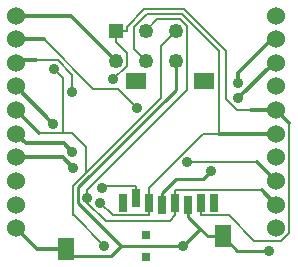
<source format=gbl>
%FSLAX34Y34*%
G04 Gerber Fmt 3.4, Leading zero omitted, Abs format*
G04 (created by PCBNEW (2013-12-14 BZR 4555)-product) date Wed 15 Jan 2014 15:50:04 EST*
%MOIN*%
G01*
G70*
G90*
G04 APERTURE LIST*
%ADD10C,0.005906*%
%ADD11R,0.027559X0.027559*%
%ADD12R,0.049213X0.049213*%
%ADD13C,0.049213*%
%ADD14C,0.060000*%
%ADD15R,0.029500X0.059100*%
%ADD16R,0.055100X0.074800*%
%ADD17R,0.070900X0.055100*%
%ADD18C,0.035000*%
%ADD19C,0.014000*%
%ADD20C,0.010000*%
%ADD21C,0.008000*%
G04 APERTURE END LIST*
G54D10*
G54D11*
X0Y-8031D03*
X-3Y-7322D03*
G54D12*
X-1000Y-507D03*
G54D13*
X-1000Y-1507D03*
X0Y-507D03*
X0Y-1507D03*
X1000Y-507D03*
X1000Y-1507D03*
G54D14*
X4331Y0D03*
X4331Y-3150D03*
X4331Y-4724D03*
X4331Y-3937D03*
X4331Y-1575D03*
X4331Y-2362D03*
X4331Y-787D03*
X4331Y-6299D03*
X4331Y-7087D03*
X4331Y-5512D03*
X-4331Y-5512D03*
X-4331Y-7087D03*
X-4331Y-6299D03*
X-4331Y-787D03*
X-4331Y-2362D03*
X-4331Y-1575D03*
X-4331Y-3937D03*
X-4331Y-4724D03*
X-4331Y-3150D03*
X-4331Y0D03*
G54D15*
X1844Y-6240D03*
X2277Y-6240D03*
X1411Y-6319D03*
X978Y-6240D03*
X-753Y-6240D03*
X-320Y-6083D03*
X112Y-6240D03*
X545Y-6319D03*
G54D16*
X2553Y-7362D03*
X-2662Y-7795D03*
G54D17*
X1943Y-2185D03*
X-340Y-2185D03*
G54D18*
X2167Y-5182D03*
X4110Y-7842D03*
X1239Y-7677D03*
X-1098Y-2129D03*
X-1524Y-6242D03*
X-1457Y-5743D03*
X-2429Y-5074D03*
X-2456Y-4531D03*
X3074Y-2255D03*
X3082Y-2747D03*
X-2456Y-2539D03*
X-1389Y-7677D03*
X-3078Y-1790D03*
X-1954Y-6088D03*
X1378Y-4887D03*
X-299Y-3078D03*
X-3085Y-3607D03*
G54D19*
X-4331Y0D02*
X-2507Y0D01*
G54D20*
X-2507Y0D02*
X-1000Y-1507D01*
X2167Y-5182D02*
X1897Y-5452D01*
X1897Y-5452D02*
X995Y-5452D01*
X545Y-5903D02*
X995Y-5452D01*
X545Y-6319D02*
X545Y-5903D01*
X-2507Y0D02*
X-1000Y-1507D01*
G54D21*
X-4330Y0D02*
X-2507Y0D01*
G54D19*
X-4331Y-7087D02*
X-3622Y-7795D01*
X-3622Y-7795D02*
X-2662Y-7795D01*
G54D20*
X-827Y-7677D02*
X-1158Y-8007D01*
X-2450Y-8007D02*
X-2662Y-7795D01*
X-1158Y-8007D02*
X-2450Y-8007D01*
X-3622Y-7795D02*
X-2662Y-7795D01*
X2553Y-7362D02*
X3033Y-7842D01*
X3033Y-7842D02*
X4110Y-7842D01*
X1814Y-7102D02*
X1411Y-6698D01*
X1411Y-6698D02*
X1411Y-6319D01*
X1814Y-7102D02*
X1814Y-7102D01*
X1814Y-7102D02*
X2074Y-7362D01*
X2074Y-7362D02*
X2553Y-7362D01*
X1239Y-7677D02*
X1814Y-7102D01*
X1814Y-7102D02*
X1816Y-7100D01*
X1000Y-1507D02*
X1000Y-2472D01*
X-2258Y-5891D02*
X-2258Y-5730D01*
X-2263Y-5896D02*
X-2263Y-6241D01*
G54D21*
X-2258Y-5891D02*
X-2263Y-5896D01*
G54D20*
X-2263Y-6241D02*
X-827Y-7677D01*
X-2258Y-5730D02*
X1000Y-2472D01*
G54D21*
X-2662Y-7795D02*
X-3622Y-7795D01*
X1411Y-6319D02*
X1411Y-6694D01*
X1411Y-6694D02*
X1816Y-7100D01*
G54D20*
X-827Y-7677D02*
X1239Y-7677D01*
G54D21*
X-633Y-1659D02*
X-633Y-1665D01*
X-633Y-1665D02*
X-1098Y-2129D01*
G54D19*
X4331Y-3150D02*
X4768Y-3587D01*
X4768Y-3587D02*
X4768Y-3587D01*
X3503Y-3150D02*
X4331Y-3150D01*
G54D21*
X1844Y-6240D02*
X1844Y-6655D01*
X1844Y-6655D02*
X2750Y-6655D01*
X2750Y-6655D02*
X3603Y-7509D01*
X3603Y-7509D02*
X4507Y-7509D01*
X4507Y-7509D02*
X4768Y-7248D01*
X4768Y-7248D02*
X4768Y-3587D01*
X-1000Y-507D02*
X-1000Y-874D01*
X-1000Y-507D02*
X-633Y-507D01*
X4768Y-3587D02*
X4330Y-3150D01*
X4330Y-3150D02*
X3503Y-3150D01*
X-633Y-370D02*
X-633Y-507D01*
X-53Y210D02*
X-633Y-370D01*
X1271Y210D02*
X-53Y210D01*
X2667Y-1186D02*
X1271Y210D01*
X2667Y-2770D02*
X2667Y-1186D01*
X3046Y-3150D02*
X2667Y-2770D01*
X3503Y-3150D02*
X3046Y-3150D01*
X-633Y-1240D02*
X-633Y-1659D01*
X-1000Y-874D02*
X-633Y-1240D01*
G54D19*
X4331Y-3937D02*
X4330Y-3937D01*
X4330Y-3937D02*
X2432Y-3937D01*
G54D21*
X112Y-6240D02*
X112Y-6655D01*
X112Y-6240D02*
X112Y-5824D01*
X-387Y-1119D02*
X0Y-1507D01*
X-387Y-377D02*
X-387Y-1119D01*
X37Y47D02*
X-387Y-377D01*
X1201Y47D02*
X37Y47D01*
X2432Y-1183D02*
X1201Y47D01*
X2432Y-3937D02*
X2432Y-1183D01*
X4330Y-3937D02*
X2432Y-3937D01*
X-1110Y-6655D02*
X-1524Y-6242D01*
X112Y-6655D02*
X-1110Y-6655D01*
X112Y-5736D02*
X112Y-5824D01*
X1911Y-3937D02*
X112Y-5736D01*
X2432Y-3937D02*
X1911Y-3937D01*
X-320Y-6083D02*
X-320Y-5667D01*
X-1381Y-5667D02*
X-1457Y-5743D01*
X-320Y-5667D02*
X-1381Y-5667D01*
G54D19*
X-4331Y-4724D02*
X-2779Y-4724D01*
X-2779Y-4724D02*
X-2429Y-5074D01*
G54D21*
X-2429Y-5074D02*
X-2779Y-4724D01*
G54D19*
X-4008Y-4259D02*
X-2728Y-4259D01*
X-2728Y-4259D02*
X-2456Y-4531D01*
G54D21*
X-2456Y-4531D02*
X-2728Y-4259D01*
G54D19*
X-4331Y-3937D02*
X-4008Y-4259D01*
X4331Y-787D02*
X4201Y-787D01*
X3074Y-1913D02*
X3074Y-2255D01*
X4201Y-787D02*
X3074Y-1913D01*
X4331Y-1575D02*
X4255Y-1575D01*
X4255Y-1575D02*
X3082Y-2747D01*
G54D21*
X-3661Y-1491D02*
X-2935Y-1491D01*
X-2456Y-1970D02*
X-2456Y-2539D01*
X-2935Y-1491D02*
X-2456Y-1970D01*
G54D19*
X-3661Y-1491D02*
X-4247Y-1491D01*
X-4247Y-1491D02*
X-4331Y-1575D01*
G54D21*
X-4247Y-1491D02*
X-3661Y-1491D01*
X-4330Y-1575D02*
X-4247Y-1491D01*
X-2000Y-5232D02*
X-2000Y-4389D01*
X-2000Y-4389D02*
X-2482Y-3907D01*
X500Y-2145D02*
X500Y-2732D01*
X-2433Y-6633D02*
X-2415Y-6651D01*
X-2433Y-5665D02*
X-2433Y-6633D01*
X500Y-2732D02*
X-2000Y-5232D01*
X-2000Y-5232D02*
X-2433Y-5665D01*
G54D19*
X-4331Y-3150D02*
X-3573Y-3907D01*
X-3573Y-3907D02*
X-3573Y-3907D01*
G54D21*
X-2771Y-3907D02*
X-2482Y-3907D01*
X-1389Y-7677D02*
X-2415Y-6651D01*
X-3573Y-3907D02*
X-2771Y-3907D01*
X-4330Y-3150D02*
X-3573Y-3907D01*
X-2771Y-2097D02*
X-3078Y-1790D01*
X-2771Y-3907D02*
X-2771Y-2097D01*
X500Y-1007D02*
X1000Y-507D01*
X500Y-2145D02*
X500Y-1007D01*
G54D19*
X4331Y-6299D02*
X3856Y-5824D01*
X3856Y-5824D02*
X3856Y-5824D01*
G54D21*
X3856Y-5824D02*
X978Y-5824D01*
X4330Y-6299D02*
X3856Y-5824D01*
X978Y-6240D02*
X978Y-5824D01*
X978Y-6240D02*
X978Y-6655D01*
X-1954Y-5822D02*
X-1954Y-6088D01*
X1376Y-2491D02*
X-1954Y-5822D01*
X1376Y-362D02*
X1376Y-2491D01*
X1140Y-126D02*
X1376Y-362D01*
X381Y-126D02*
X1140Y-126D01*
X0Y-507D02*
X381Y-126D01*
X-1954Y-6231D02*
X-1954Y-6088D01*
X-1350Y-6835D02*
X-1954Y-6231D01*
X798Y-6835D02*
X-1350Y-6835D01*
X978Y-6655D02*
X798Y-6835D01*
G54D19*
X4331Y-5512D02*
X3706Y-4887D01*
X3706Y-4887D02*
X3706Y-4887D01*
G54D21*
X3706Y-4887D02*
X1378Y-4887D01*
X4330Y-5512D02*
X3706Y-4887D01*
X-944Y-2433D02*
X-1767Y-2433D01*
X-299Y-3078D02*
X-944Y-2433D01*
G54D19*
X-4331Y-787D02*
X-3414Y-787D01*
X-3414Y-787D02*
X-3414Y-787D01*
G54D21*
X-3414Y-787D02*
X-1767Y-2433D01*
X-4330Y-787D02*
X-3414Y-787D01*
G54D19*
X-4331Y-2362D02*
X-3085Y-3607D01*
X-3085Y-3607D02*
X-3085Y-3607D01*
G54D21*
X-4330Y-2362D02*
X-3085Y-3607D01*
M02*

</source>
